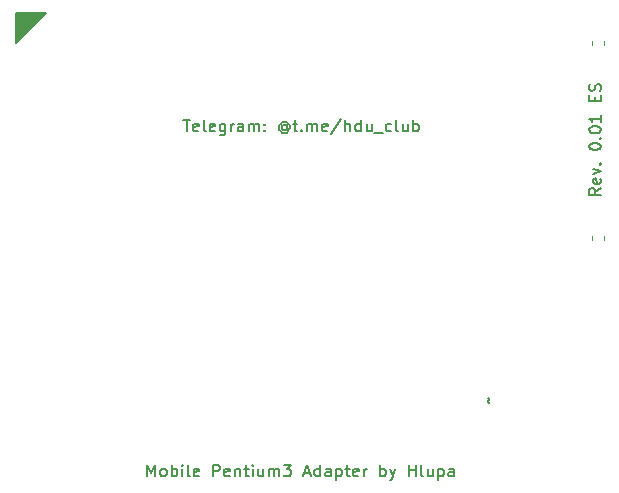
<source format=gbr>
%TF.GenerationSoftware,KiCad,Pcbnew,8.0.2*%
%TF.CreationDate,2024-05-13T17:43:01+03:00*%
%TF.ProjectId,MobileAdapter,4d6f6269-6c65-4416-9461-707465722e6b,rev?*%
%TF.SameCoordinates,Original*%
%TF.FileFunction,Legend,Top*%
%TF.FilePolarity,Positive*%
%FSLAX46Y46*%
G04 Gerber Fmt 4.6, Leading zero omitted, Abs format (unit mm)*
G04 Created by KiCad (PCBNEW 8.0.2) date 2024-05-13 17:43:01*
%MOMM*%
%LPD*%
G01*
G04 APERTURE LIST*
%ADD10C,0.150000*%
%ADD11C,0.200000*%
%ADD12C,0.120000*%
G04 APERTURE END LIST*
D10*
X138426819Y-82149792D02*
X137950628Y-82483125D01*
X138426819Y-82721220D02*
X137426819Y-82721220D01*
X137426819Y-82721220D02*
X137426819Y-82340268D01*
X137426819Y-82340268D02*
X137474438Y-82245030D01*
X137474438Y-82245030D02*
X137522057Y-82197411D01*
X137522057Y-82197411D02*
X137617295Y-82149792D01*
X137617295Y-82149792D02*
X137760152Y-82149792D01*
X137760152Y-82149792D02*
X137855390Y-82197411D01*
X137855390Y-82197411D02*
X137903009Y-82245030D01*
X137903009Y-82245030D02*
X137950628Y-82340268D01*
X137950628Y-82340268D02*
X137950628Y-82721220D01*
X138379200Y-81340268D02*
X138426819Y-81435506D01*
X138426819Y-81435506D02*
X138426819Y-81625982D01*
X138426819Y-81625982D02*
X138379200Y-81721220D01*
X138379200Y-81721220D02*
X138283961Y-81768839D01*
X138283961Y-81768839D02*
X137903009Y-81768839D01*
X137903009Y-81768839D02*
X137807771Y-81721220D01*
X137807771Y-81721220D02*
X137760152Y-81625982D01*
X137760152Y-81625982D02*
X137760152Y-81435506D01*
X137760152Y-81435506D02*
X137807771Y-81340268D01*
X137807771Y-81340268D02*
X137903009Y-81292649D01*
X137903009Y-81292649D02*
X137998247Y-81292649D01*
X137998247Y-81292649D02*
X138093485Y-81768839D01*
X137760152Y-80959315D02*
X138426819Y-80721220D01*
X138426819Y-80721220D02*
X137760152Y-80483125D01*
X138331580Y-80102172D02*
X138379200Y-80054553D01*
X138379200Y-80054553D02*
X138426819Y-80102172D01*
X138426819Y-80102172D02*
X138379200Y-80149791D01*
X138379200Y-80149791D02*
X138331580Y-80102172D01*
X138331580Y-80102172D02*
X138426819Y-80102172D01*
X137426819Y-78673601D02*
X137426819Y-78578363D01*
X137426819Y-78578363D02*
X137474438Y-78483125D01*
X137474438Y-78483125D02*
X137522057Y-78435506D01*
X137522057Y-78435506D02*
X137617295Y-78387887D01*
X137617295Y-78387887D02*
X137807771Y-78340268D01*
X137807771Y-78340268D02*
X138045866Y-78340268D01*
X138045866Y-78340268D02*
X138236342Y-78387887D01*
X138236342Y-78387887D02*
X138331580Y-78435506D01*
X138331580Y-78435506D02*
X138379200Y-78483125D01*
X138379200Y-78483125D02*
X138426819Y-78578363D01*
X138426819Y-78578363D02*
X138426819Y-78673601D01*
X138426819Y-78673601D02*
X138379200Y-78768839D01*
X138379200Y-78768839D02*
X138331580Y-78816458D01*
X138331580Y-78816458D02*
X138236342Y-78864077D01*
X138236342Y-78864077D02*
X138045866Y-78911696D01*
X138045866Y-78911696D02*
X137807771Y-78911696D01*
X137807771Y-78911696D02*
X137617295Y-78864077D01*
X137617295Y-78864077D02*
X137522057Y-78816458D01*
X137522057Y-78816458D02*
X137474438Y-78768839D01*
X137474438Y-78768839D02*
X137426819Y-78673601D01*
X138331580Y-77911696D02*
X138379200Y-77864077D01*
X138379200Y-77864077D02*
X138426819Y-77911696D01*
X138426819Y-77911696D02*
X138379200Y-77959315D01*
X138379200Y-77959315D02*
X138331580Y-77911696D01*
X138331580Y-77911696D02*
X138426819Y-77911696D01*
X137426819Y-77245030D02*
X137426819Y-77149792D01*
X137426819Y-77149792D02*
X137474438Y-77054554D01*
X137474438Y-77054554D02*
X137522057Y-77006935D01*
X137522057Y-77006935D02*
X137617295Y-76959316D01*
X137617295Y-76959316D02*
X137807771Y-76911697D01*
X137807771Y-76911697D02*
X138045866Y-76911697D01*
X138045866Y-76911697D02*
X138236342Y-76959316D01*
X138236342Y-76959316D02*
X138331580Y-77006935D01*
X138331580Y-77006935D02*
X138379200Y-77054554D01*
X138379200Y-77054554D02*
X138426819Y-77149792D01*
X138426819Y-77149792D02*
X138426819Y-77245030D01*
X138426819Y-77245030D02*
X138379200Y-77340268D01*
X138379200Y-77340268D02*
X138331580Y-77387887D01*
X138331580Y-77387887D02*
X138236342Y-77435506D01*
X138236342Y-77435506D02*
X138045866Y-77483125D01*
X138045866Y-77483125D02*
X137807771Y-77483125D01*
X137807771Y-77483125D02*
X137617295Y-77435506D01*
X137617295Y-77435506D02*
X137522057Y-77387887D01*
X137522057Y-77387887D02*
X137474438Y-77340268D01*
X137474438Y-77340268D02*
X137426819Y-77245030D01*
X138426819Y-75959316D02*
X138426819Y-76530744D01*
X138426819Y-76245030D02*
X137426819Y-76245030D01*
X137426819Y-76245030D02*
X137569676Y-76340268D01*
X137569676Y-76340268D02*
X137664914Y-76435506D01*
X137664914Y-76435506D02*
X137712533Y-76530744D01*
X137903009Y-74768839D02*
X137903009Y-74435506D01*
X138426819Y-74292649D02*
X138426819Y-74768839D01*
X138426819Y-74768839D02*
X137426819Y-74768839D01*
X137426819Y-74768839D02*
X137426819Y-74292649D01*
X138379200Y-73911696D02*
X138426819Y-73768839D01*
X138426819Y-73768839D02*
X138426819Y-73530744D01*
X138426819Y-73530744D02*
X138379200Y-73435506D01*
X138379200Y-73435506D02*
X138331580Y-73387887D01*
X138331580Y-73387887D02*
X138236342Y-73340268D01*
X138236342Y-73340268D02*
X138141104Y-73340268D01*
X138141104Y-73340268D02*
X138045866Y-73387887D01*
X138045866Y-73387887D02*
X137998247Y-73435506D01*
X137998247Y-73435506D02*
X137950628Y-73530744D01*
X137950628Y-73530744D02*
X137903009Y-73721220D01*
X137903009Y-73721220D02*
X137855390Y-73816458D01*
X137855390Y-73816458D02*
X137807771Y-73864077D01*
X137807771Y-73864077D02*
X137712533Y-73911696D01*
X137712533Y-73911696D02*
X137617295Y-73911696D01*
X137617295Y-73911696D02*
X137522057Y-73864077D01*
X137522057Y-73864077D02*
X137474438Y-73816458D01*
X137474438Y-73816458D02*
X137426819Y-73721220D01*
X137426819Y-73721220D02*
X137426819Y-73483125D01*
X137426819Y-73483125D02*
X137474438Y-73340268D01*
D11*
X88900000Y-69850000D02*
X88900000Y-67310000D01*
X91440000Y-67310000D01*
X88900000Y-69850000D01*
G36*
X88900000Y-69850000D02*
G01*
X88900000Y-67310000D01*
X91440000Y-67310000D01*
X88900000Y-69850000D01*
G37*
D10*
X100031779Y-106549819D02*
X100031779Y-105549819D01*
X100031779Y-105549819D02*
X100365112Y-106264104D01*
X100365112Y-106264104D02*
X100698445Y-105549819D01*
X100698445Y-105549819D02*
X100698445Y-106549819D01*
X101317493Y-106549819D02*
X101222255Y-106502200D01*
X101222255Y-106502200D02*
X101174636Y-106454580D01*
X101174636Y-106454580D02*
X101127017Y-106359342D01*
X101127017Y-106359342D02*
X101127017Y-106073628D01*
X101127017Y-106073628D02*
X101174636Y-105978390D01*
X101174636Y-105978390D02*
X101222255Y-105930771D01*
X101222255Y-105930771D02*
X101317493Y-105883152D01*
X101317493Y-105883152D02*
X101460350Y-105883152D01*
X101460350Y-105883152D02*
X101555588Y-105930771D01*
X101555588Y-105930771D02*
X101603207Y-105978390D01*
X101603207Y-105978390D02*
X101650826Y-106073628D01*
X101650826Y-106073628D02*
X101650826Y-106359342D01*
X101650826Y-106359342D02*
X101603207Y-106454580D01*
X101603207Y-106454580D02*
X101555588Y-106502200D01*
X101555588Y-106502200D02*
X101460350Y-106549819D01*
X101460350Y-106549819D02*
X101317493Y-106549819D01*
X102079398Y-106549819D02*
X102079398Y-105549819D01*
X102079398Y-105930771D02*
X102174636Y-105883152D01*
X102174636Y-105883152D02*
X102365112Y-105883152D01*
X102365112Y-105883152D02*
X102460350Y-105930771D01*
X102460350Y-105930771D02*
X102507969Y-105978390D01*
X102507969Y-105978390D02*
X102555588Y-106073628D01*
X102555588Y-106073628D02*
X102555588Y-106359342D01*
X102555588Y-106359342D02*
X102507969Y-106454580D01*
X102507969Y-106454580D02*
X102460350Y-106502200D01*
X102460350Y-106502200D02*
X102365112Y-106549819D01*
X102365112Y-106549819D02*
X102174636Y-106549819D01*
X102174636Y-106549819D02*
X102079398Y-106502200D01*
X102984160Y-106549819D02*
X102984160Y-105883152D01*
X102984160Y-105549819D02*
X102936541Y-105597438D01*
X102936541Y-105597438D02*
X102984160Y-105645057D01*
X102984160Y-105645057D02*
X103031779Y-105597438D01*
X103031779Y-105597438D02*
X102984160Y-105549819D01*
X102984160Y-105549819D02*
X102984160Y-105645057D01*
X103603207Y-106549819D02*
X103507969Y-106502200D01*
X103507969Y-106502200D02*
X103460350Y-106406961D01*
X103460350Y-106406961D02*
X103460350Y-105549819D01*
X104365112Y-106502200D02*
X104269874Y-106549819D01*
X104269874Y-106549819D02*
X104079398Y-106549819D01*
X104079398Y-106549819D02*
X103984160Y-106502200D01*
X103984160Y-106502200D02*
X103936541Y-106406961D01*
X103936541Y-106406961D02*
X103936541Y-106026009D01*
X103936541Y-106026009D02*
X103984160Y-105930771D01*
X103984160Y-105930771D02*
X104079398Y-105883152D01*
X104079398Y-105883152D02*
X104269874Y-105883152D01*
X104269874Y-105883152D02*
X104365112Y-105930771D01*
X104365112Y-105930771D02*
X104412731Y-106026009D01*
X104412731Y-106026009D02*
X104412731Y-106121247D01*
X104412731Y-106121247D02*
X103936541Y-106216485D01*
X105603208Y-106549819D02*
X105603208Y-105549819D01*
X105603208Y-105549819D02*
X105984160Y-105549819D01*
X105984160Y-105549819D02*
X106079398Y-105597438D01*
X106079398Y-105597438D02*
X106127017Y-105645057D01*
X106127017Y-105645057D02*
X106174636Y-105740295D01*
X106174636Y-105740295D02*
X106174636Y-105883152D01*
X106174636Y-105883152D02*
X106127017Y-105978390D01*
X106127017Y-105978390D02*
X106079398Y-106026009D01*
X106079398Y-106026009D02*
X105984160Y-106073628D01*
X105984160Y-106073628D02*
X105603208Y-106073628D01*
X106984160Y-106502200D02*
X106888922Y-106549819D01*
X106888922Y-106549819D02*
X106698446Y-106549819D01*
X106698446Y-106549819D02*
X106603208Y-106502200D01*
X106603208Y-106502200D02*
X106555589Y-106406961D01*
X106555589Y-106406961D02*
X106555589Y-106026009D01*
X106555589Y-106026009D02*
X106603208Y-105930771D01*
X106603208Y-105930771D02*
X106698446Y-105883152D01*
X106698446Y-105883152D02*
X106888922Y-105883152D01*
X106888922Y-105883152D02*
X106984160Y-105930771D01*
X106984160Y-105930771D02*
X107031779Y-106026009D01*
X107031779Y-106026009D02*
X107031779Y-106121247D01*
X107031779Y-106121247D02*
X106555589Y-106216485D01*
X107460351Y-105883152D02*
X107460351Y-106549819D01*
X107460351Y-105978390D02*
X107507970Y-105930771D01*
X107507970Y-105930771D02*
X107603208Y-105883152D01*
X107603208Y-105883152D02*
X107746065Y-105883152D01*
X107746065Y-105883152D02*
X107841303Y-105930771D01*
X107841303Y-105930771D02*
X107888922Y-106026009D01*
X107888922Y-106026009D02*
X107888922Y-106549819D01*
X108222256Y-105883152D02*
X108603208Y-105883152D01*
X108365113Y-105549819D02*
X108365113Y-106406961D01*
X108365113Y-106406961D02*
X108412732Y-106502200D01*
X108412732Y-106502200D02*
X108507970Y-106549819D01*
X108507970Y-106549819D02*
X108603208Y-106549819D01*
X108936542Y-106549819D02*
X108936542Y-105883152D01*
X108936542Y-105549819D02*
X108888923Y-105597438D01*
X108888923Y-105597438D02*
X108936542Y-105645057D01*
X108936542Y-105645057D02*
X108984161Y-105597438D01*
X108984161Y-105597438D02*
X108936542Y-105549819D01*
X108936542Y-105549819D02*
X108936542Y-105645057D01*
X109841303Y-105883152D02*
X109841303Y-106549819D01*
X109412732Y-105883152D02*
X109412732Y-106406961D01*
X109412732Y-106406961D02*
X109460351Y-106502200D01*
X109460351Y-106502200D02*
X109555589Y-106549819D01*
X109555589Y-106549819D02*
X109698446Y-106549819D01*
X109698446Y-106549819D02*
X109793684Y-106502200D01*
X109793684Y-106502200D02*
X109841303Y-106454580D01*
X110317494Y-106549819D02*
X110317494Y-105883152D01*
X110317494Y-105978390D02*
X110365113Y-105930771D01*
X110365113Y-105930771D02*
X110460351Y-105883152D01*
X110460351Y-105883152D02*
X110603208Y-105883152D01*
X110603208Y-105883152D02*
X110698446Y-105930771D01*
X110698446Y-105930771D02*
X110746065Y-106026009D01*
X110746065Y-106026009D02*
X110746065Y-106549819D01*
X110746065Y-106026009D02*
X110793684Y-105930771D01*
X110793684Y-105930771D02*
X110888922Y-105883152D01*
X110888922Y-105883152D02*
X111031779Y-105883152D01*
X111031779Y-105883152D02*
X111127018Y-105930771D01*
X111127018Y-105930771D02*
X111174637Y-106026009D01*
X111174637Y-106026009D02*
X111174637Y-106549819D01*
X111555589Y-105549819D02*
X112174636Y-105549819D01*
X112174636Y-105549819D02*
X111841303Y-105930771D01*
X111841303Y-105930771D02*
X111984160Y-105930771D01*
X111984160Y-105930771D02*
X112079398Y-105978390D01*
X112079398Y-105978390D02*
X112127017Y-106026009D01*
X112127017Y-106026009D02*
X112174636Y-106121247D01*
X112174636Y-106121247D02*
X112174636Y-106359342D01*
X112174636Y-106359342D02*
X112127017Y-106454580D01*
X112127017Y-106454580D02*
X112079398Y-106502200D01*
X112079398Y-106502200D02*
X111984160Y-106549819D01*
X111984160Y-106549819D02*
X111698446Y-106549819D01*
X111698446Y-106549819D02*
X111603208Y-106502200D01*
X111603208Y-106502200D02*
X111555589Y-106454580D01*
X113317494Y-106264104D02*
X113793684Y-106264104D01*
X113222256Y-106549819D02*
X113555589Y-105549819D01*
X113555589Y-105549819D02*
X113888922Y-106549819D01*
X114650827Y-106549819D02*
X114650827Y-105549819D01*
X114650827Y-106502200D02*
X114555589Y-106549819D01*
X114555589Y-106549819D02*
X114365113Y-106549819D01*
X114365113Y-106549819D02*
X114269875Y-106502200D01*
X114269875Y-106502200D02*
X114222256Y-106454580D01*
X114222256Y-106454580D02*
X114174637Y-106359342D01*
X114174637Y-106359342D02*
X114174637Y-106073628D01*
X114174637Y-106073628D02*
X114222256Y-105978390D01*
X114222256Y-105978390D02*
X114269875Y-105930771D01*
X114269875Y-105930771D02*
X114365113Y-105883152D01*
X114365113Y-105883152D02*
X114555589Y-105883152D01*
X114555589Y-105883152D02*
X114650827Y-105930771D01*
X115555589Y-106549819D02*
X115555589Y-106026009D01*
X115555589Y-106026009D02*
X115507970Y-105930771D01*
X115507970Y-105930771D02*
X115412732Y-105883152D01*
X115412732Y-105883152D02*
X115222256Y-105883152D01*
X115222256Y-105883152D02*
X115127018Y-105930771D01*
X115555589Y-106502200D02*
X115460351Y-106549819D01*
X115460351Y-106549819D02*
X115222256Y-106549819D01*
X115222256Y-106549819D02*
X115127018Y-106502200D01*
X115127018Y-106502200D02*
X115079399Y-106406961D01*
X115079399Y-106406961D02*
X115079399Y-106311723D01*
X115079399Y-106311723D02*
X115127018Y-106216485D01*
X115127018Y-106216485D02*
X115222256Y-106168866D01*
X115222256Y-106168866D02*
X115460351Y-106168866D01*
X115460351Y-106168866D02*
X115555589Y-106121247D01*
X116031780Y-105883152D02*
X116031780Y-106883152D01*
X116031780Y-105930771D02*
X116127018Y-105883152D01*
X116127018Y-105883152D02*
X116317494Y-105883152D01*
X116317494Y-105883152D02*
X116412732Y-105930771D01*
X116412732Y-105930771D02*
X116460351Y-105978390D01*
X116460351Y-105978390D02*
X116507970Y-106073628D01*
X116507970Y-106073628D02*
X116507970Y-106359342D01*
X116507970Y-106359342D02*
X116460351Y-106454580D01*
X116460351Y-106454580D02*
X116412732Y-106502200D01*
X116412732Y-106502200D02*
X116317494Y-106549819D01*
X116317494Y-106549819D02*
X116127018Y-106549819D01*
X116127018Y-106549819D02*
X116031780Y-106502200D01*
X116793685Y-105883152D02*
X117174637Y-105883152D01*
X116936542Y-105549819D02*
X116936542Y-106406961D01*
X116936542Y-106406961D02*
X116984161Y-106502200D01*
X116984161Y-106502200D02*
X117079399Y-106549819D01*
X117079399Y-106549819D02*
X117174637Y-106549819D01*
X117888923Y-106502200D02*
X117793685Y-106549819D01*
X117793685Y-106549819D02*
X117603209Y-106549819D01*
X117603209Y-106549819D02*
X117507971Y-106502200D01*
X117507971Y-106502200D02*
X117460352Y-106406961D01*
X117460352Y-106406961D02*
X117460352Y-106026009D01*
X117460352Y-106026009D02*
X117507971Y-105930771D01*
X117507971Y-105930771D02*
X117603209Y-105883152D01*
X117603209Y-105883152D02*
X117793685Y-105883152D01*
X117793685Y-105883152D02*
X117888923Y-105930771D01*
X117888923Y-105930771D02*
X117936542Y-106026009D01*
X117936542Y-106026009D02*
X117936542Y-106121247D01*
X117936542Y-106121247D02*
X117460352Y-106216485D01*
X118365114Y-106549819D02*
X118365114Y-105883152D01*
X118365114Y-106073628D02*
X118412733Y-105978390D01*
X118412733Y-105978390D02*
X118460352Y-105930771D01*
X118460352Y-105930771D02*
X118555590Y-105883152D01*
X118555590Y-105883152D02*
X118650828Y-105883152D01*
X119746067Y-106549819D02*
X119746067Y-105549819D01*
X119746067Y-105930771D02*
X119841305Y-105883152D01*
X119841305Y-105883152D02*
X120031781Y-105883152D01*
X120031781Y-105883152D02*
X120127019Y-105930771D01*
X120127019Y-105930771D02*
X120174638Y-105978390D01*
X120174638Y-105978390D02*
X120222257Y-106073628D01*
X120222257Y-106073628D02*
X120222257Y-106359342D01*
X120222257Y-106359342D02*
X120174638Y-106454580D01*
X120174638Y-106454580D02*
X120127019Y-106502200D01*
X120127019Y-106502200D02*
X120031781Y-106549819D01*
X120031781Y-106549819D02*
X119841305Y-106549819D01*
X119841305Y-106549819D02*
X119746067Y-106502200D01*
X120555591Y-105883152D02*
X120793686Y-106549819D01*
X121031781Y-105883152D02*
X120793686Y-106549819D01*
X120793686Y-106549819D02*
X120698448Y-106787914D01*
X120698448Y-106787914D02*
X120650829Y-106835533D01*
X120650829Y-106835533D02*
X120555591Y-106883152D01*
X122174639Y-106549819D02*
X122174639Y-105549819D01*
X122174639Y-106026009D02*
X122746067Y-106026009D01*
X122746067Y-106549819D02*
X122746067Y-105549819D01*
X123365115Y-106549819D02*
X123269877Y-106502200D01*
X123269877Y-106502200D02*
X123222258Y-106406961D01*
X123222258Y-106406961D02*
X123222258Y-105549819D01*
X124174639Y-105883152D02*
X124174639Y-106549819D01*
X123746068Y-105883152D02*
X123746068Y-106406961D01*
X123746068Y-106406961D02*
X123793687Y-106502200D01*
X123793687Y-106502200D02*
X123888925Y-106549819D01*
X123888925Y-106549819D02*
X124031782Y-106549819D01*
X124031782Y-106549819D02*
X124127020Y-106502200D01*
X124127020Y-106502200D02*
X124174639Y-106454580D01*
X124650830Y-105883152D02*
X124650830Y-106883152D01*
X124650830Y-105930771D02*
X124746068Y-105883152D01*
X124746068Y-105883152D02*
X124936544Y-105883152D01*
X124936544Y-105883152D02*
X125031782Y-105930771D01*
X125031782Y-105930771D02*
X125079401Y-105978390D01*
X125079401Y-105978390D02*
X125127020Y-106073628D01*
X125127020Y-106073628D02*
X125127020Y-106359342D01*
X125127020Y-106359342D02*
X125079401Y-106454580D01*
X125079401Y-106454580D02*
X125031782Y-106502200D01*
X125031782Y-106502200D02*
X124936544Y-106549819D01*
X124936544Y-106549819D02*
X124746068Y-106549819D01*
X124746068Y-106549819D02*
X124650830Y-106502200D01*
X125984163Y-106549819D02*
X125984163Y-106026009D01*
X125984163Y-106026009D02*
X125936544Y-105930771D01*
X125936544Y-105930771D02*
X125841306Y-105883152D01*
X125841306Y-105883152D02*
X125650830Y-105883152D01*
X125650830Y-105883152D02*
X125555592Y-105930771D01*
X125984163Y-106502200D02*
X125888925Y-106549819D01*
X125888925Y-106549819D02*
X125650830Y-106549819D01*
X125650830Y-106549819D02*
X125555592Y-106502200D01*
X125555592Y-106502200D02*
X125507973Y-106406961D01*
X125507973Y-106406961D02*
X125507973Y-106311723D01*
X125507973Y-106311723D02*
X125555592Y-106216485D01*
X125555592Y-106216485D02*
X125650830Y-106168866D01*
X125650830Y-106168866D02*
X125888925Y-106168866D01*
X125888925Y-106168866D02*
X125984163Y-106121247D01*
X103063922Y-76339819D02*
X103635350Y-76339819D01*
X103349636Y-77339819D02*
X103349636Y-76339819D01*
X104349636Y-77292200D02*
X104254398Y-77339819D01*
X104254398Y-77339819D02*
X104063922Y-77339819D01*
X104063922Y-77339819D02*
X103968684Y-77292200D01*
X103968684Y-77292200D02*
X103921065Y-77196961D01*
X103921065Y-77196961D02*
X103921065Y-76816009D01*
X103921065Y-76816009D02*
X103968684Y-76720771D01*
X103968684Y-76720771D02*
X104063922Y-76673152D01*
X104063922Y-76673152D02*
X104254398Y-76673152D01*
X104254398Y-76673152D02*
X104349636Y-76720771D01*
X104349636Y-76720771D02*
X104397255Y-76816009D01*
X104397255Y-76816009D02*
X104397255Y-76911247D01*
X104397255Y-76911247D02*
X103921065Y-77006485D01*
X104968684Y-77339819D02*
X104873446Y-77292200D01*
X104873446Y-77292200D02*
X104825827Y-77196961D01*
X104825827Y-77196961D02*
X104825827Y-76339819D01*
X105730589Y-77292200D02*
X105635351Y-77339819D01*
X105635351Y-77339819D02*
X105444875Y-77339819D01*
X105444875Y-77339819D02*
X105349637Y-77292200D01*
X105349637Y-77292200D02*
X105302018Y-77196961D01*
X105302018Y-77196961D02*
X105302018Y-76816009D01*
X105302018Y-76816009D02*
X105349637Y-76720771D01*
X105349637Y-76720771D02*
X105444875Y-76673152D01*
X105444875Y-76673152D02*
X105635351Y-76673152D01*
X105635351Y-76673152D02*
X105730589Y-76720771D01*
X105730589Y-76720771D02*
X105778208Y-76816009D01*
X105778208Y-76816009D02*
X105778208Y-76911247D01*
X105778208Y-76911247D02*
X105302018Y-77006485D01*
X106635351Y-76673152D02*
X106635351Y-77482676D01*
X106635351Y-77482676D02*
X106587732Y-77577914D01*
X106587732Y-77577914D02*
X106540113Y-77625533D01*
X106540113Y-77625533D02*
X106444875Y-77673152D01*
X106444875Y-77673152D02*
X106302018Y-77673152D01*
X106302018Y-77673152D02*
X106206780Y-77625533D01*
X106635351Y-77292200D02*
X106540113Y-77339819D01*
X106540113Y-77339819D02*
X106349637Y-77339819D01*
X106349637Y-77339819D02*
X106254399Y-77292200D01*
X106254399Y-77292200D02*
X106206780Y-77244580D01*
X106206780Y-77244580D02*
X106159161Y-77149342D01*
X106159161Y-77149342D02*
X106159161Y-76863628D01*
X106159161Y-76863628D02*
X106206780Y-76768390D01*
X106206780Y-76768390D02*
X106254399Y-76720771D01*
X106254399Y-76720771D02*
X106349637Y-76673152D01*
X106349637Y-76673152D02*
X106540113Y-76673152D01*
X106540113Y-76673152D02*
X106635351Y-76720771D01*
X107111542Y-77339819D02*
X107111542Y-76673152D01*
X107111542Y-76863628D02*
X107159161Y-76768390D01*
X107159161Y-76768390D02*
X107206780Y-76720771D01*
X107206780Y-76720771D02*
X107302018Y-76673152D01*
X107302018Y-76673152D02*
X107397256Y-76673152D01*
X108159161Y-77339819D02*
X108159161Y-76816009D01*
X108159161Y-76816009D02*
X108111542Y-76720771D01*
X108111542Y-76720771D02*
X108016304Y-76673152D01*
X108016304Y-76673152D02*
X107825828Y-76673152D01*
X107825828Y-76673152D02*
X107730590Y-76720771D01*
X108159161Y-77292200D02*
X108063923Y-77339819D01*
X108063923Y-77339819D02*
X107825828Y-77339819D01*
X107825828Y-77339819D02*
X107730590Y-77292200D01*
X107730590Y-77292200D02*
X107682971Y-77196961D01*
X107682971Y-77196961D02*
X107682971Y-77101723D01*
X107682971Y-77101723D02*
X107730590Y-77006485D01*
X107730590Y-77006485D02*
X107825828Y-76958866D01*
X107825828Y-76958866D02*
X108063923Y-76958866D01*
X108063923Y-76958866D02*
X108159161Y-76911247D01*
X108635352Y-77339819D02*
X108635352Y-76673152D01*
X108635352Y-76768390D02*
X108682971Y-76720771D01*
X108682971Y-76720771D02*
X108778209Y-76673152D01*
X108778209Y-76673152D02*
X108921066Y-76673152D01*
X108921066Y-76673152D02*
X109016304Y-76720771D01*
X109016304Y-76720771D02*
X109063923Y-76816009D01*
X109063923Y-76816009D02*
X109063923Y-77339819D01*
X109063923Y-76816009D02*
X109111542Y-76720771D01*
X109111542Y-76720771D02*
X109206780Y-76673152D01*
X109206780Y-76673152D02*
X109349637Y-76673152D01*
X109349637Y-76673152D02*
X109444876Y-76720771D01*
X109444876Y-76720771D02*
X109492495Y-76816009D01*
X109492495Y-76816009D02*
X109492495Y-77339819D01*
X109968685Y-77244580D02*
X110016304Y-77292200D01*
X110016304Y-77292200D02*
X109968685Y-77339819D01*
X109968685Y-77339819D02*
X109921066Y-77292200D01*
X109921066Y-77292200D02*
X109968685Y-77244580D01*
X109968685Y-77244580D02*
X109968685Y-77339819D01*
X109968685Y-76720771D02*
X110016304Y-76768390D01*
X110016304Y-76768390D02*
X109968685Y-76816009D01*
X109968685Y-76816009D02*
X109921066Y-76768390D01*
X109921066Y-76768390D02*
X109968685Y-76720771D01*
X109968685Y-76720771D02*
X109968685Y-76816009D01*
X111825827Y-76863628D02*
X111778208Y-76816009D01*
X111778208Y-76816009D02*
X111682970Y-76768390D01*
X111682970Y-76768390D02*
X111587732Y-76768390D01*
X111587732Y-76768390D02*
X111492494Y-76816009D01*
X111492494Y-76816009D02*
X111444875Y-76863628D01*
X111444875Y-76863628D02*
X111397256Y-76958866D01*
X111397256Y-76958866D02*
X111397256Y-77054104D01*
X111397256Y-77054104D02*
X111444875Y-77149342D01*
X111444875Y-77149342D02*
X111492494Y-77196961D01*
X111492494Y-77196961D02*
X111587732Y-77244580D01*
X111587732Y-77244580D02*
X111682970Y-77244580D01*
X111682970Y-77244580D02*
X111778208Y-77196961D01*
X111778208Y-77196961D02*
X111825827Y-77149342D01*
X111825827Y-76768390D02*
X111825827Y-77149342D01*
X111825827Y-77149342D02*
X111873446Y-77196961D01*
X111873446Y-77196961D02*
X111921065Y-77196961D01*
X111921065Y-77196961D02*
X112016304Y-77149342D01*
X112016304Y-77149342D02*
X112063923Y-77054104D01*
X112063923Y-77054104D02*
X112063923Y-76816009D01*
X112063923Y-76816009D02*
X111968685Y-76673152D01*
X111968685Y-76673152D02*
X111825827Y-76577914D01*
X111825827Y-76577914D02*
X111635351Y-76530295D01*
X111635351Y-76530295D02*
X111444875Y-76577914D01*
X111444875Y-76577914D02*
X111302018Y-76673152D01*
X111302018Y-76673152D02*
X111206780Y-76816009D01*
X111206780Y-76816009D02*
X111159161Y-77006485D01*
X111159161Y-77006485D02*
X111206780Y-77196961D01*
X111206780Y-77196961D02*
X111302018Y-77339819D01*
X111302018Y-77339819D02*
X111444875Y-77435057D01*
X111444875Y-77435057D02*
X111635351Y-77482676D01*
X111635351Y-77482676D02*
X111825827Y-77435057D01*
X111825827Y-77435057D02*
X111968685Y-77339819D01*
X112349637Y-76673152D02*
X112730589Y-76673152D01*
X112492494Y-76339819D02*
X112492494Y-77196961D01*
X112492494Y-77196961D02*
X112540113Y-77292200D01*
X112540113Y-77292200D02*
X112635351Y-77339819D01*
X112635351Y-77339819D02*
X112730589Y-77339819D01*
X113063923Y-77244580D02*
X113111542Y-77292200D01*
X113111542Y-77292200D02*
X113063923Y-77339819D01*
X113063923Y-77339819D02*
X113016304Y-77292200D01*
X113016304Y-77292200D02*
X113063923Y-77244580D01*
X113063923Y-77244580D02*
X113063923Y-77339819D01*
X113540113Y-77339819D02*
X113540113Y-76673152D01*
X113540113Y-76768390D02*
X113587732Y-76720771D01*
X113587732Y-76720771D02*
X113682970Y-76673152D01*
X113682970Y-76673152D02*
X113825827Y-76673152D01*
X113825827Y-76673152D02*
X113921065Y-76720771D01*
X113921065Y-76720771D02*
X113968684Y-76816009D01*
X113968684Y-76816009D02*
X113968684Y-77339819D01*
X113968684Y-76816009D02*
X114016303Y-76720771D01*
X114016303Y-76720771D02*
X114111541Y-76673152D01*
X114111541Y-76673152D02*
X114254398Y-76673152D01*
X114254398Y-76673152D02*
X114349637Y-76720771D01*
X114349637Y-76720771D02*
X114397256Y-76816009D01*
X114397256Y-76816009D02*
X114397256Y-77339819D01*
X115254398Y-77292200D02*
X115159160Y-77339819D01*
X115159160Y-77339819D02*
X114968684Y-77339819D01*
X114968684Y-77339819D02*
X114873446Y-77292200D01*
X114873446Y-77292200D02*
X114825827Y-77196961D01*
X114825827Y-77196961D02*
X114825827Y-76816009D01*
X114825827Y-76816009D02*
X114873446Y-76720771D01*
X114873446Y-76720771D02*
X114968684Y-76673152D01*
X114968684Y-76673152D02*
X115159160Y-76673152D01*
X115159160Y-76673152D02*
X115254398Y-76720771D01*
X115254398Y-76720771D02*
X115302017Y-76816009D01*
X115302017Y-76816009D02*
X115302017Y-76911247D01*
X115302017Y-76911247D02*
X114825827Y-77006485D01*
X116444874Y-76292200D02*
X115587732Y-77577914D01*
X116778208Y-77339819D02*
X116778208Y-76339819D01*
X117206779Y-77339819D02*
X117206779Y-76816009D01*
X117206779Y-76816009D02*
X117159160Y-76720771D01*
X117159160Y-76720771D02*
X117063922Y-76673152D01*
X117063922Y-76673152D02*
X116921065Y-76673152D01*
X116921065Y-76673152D02*
X116825827Y-76720771D01*
X116825827Y-76720771D02*
X116778208Y-76768390D01*
X118111541Y-77339819D02*
X118111541Y-76339819D01*
X118111541Y-77292200D02*
X118016303Y-77339819D01*
X118016303Y-77339819D02*
X117825827Y-77339819D01*
X117825827Y-77339819D02*
X117730589Y-77292200D01*
X117730589Y-77292200D02*
X117682970Y-77244580D01*
X117682970Y-77244580D02*
X117635351Y-77149342D01*
X117635351Y-77149342D02*
X117635351Y-76863628D01*
X117635351Y-76863628D02*
X117682970Y-76768390D01*
X117682970Y-76768390D02*
X117730589Y-76720771D01*
X117730589Y-76720771D02*
X117825827Y-76673152D01*
X117825827Y-76673152D02*
X118016303Y-76673152D01*
X118016303Y-76673152D02*
X118111541Y-76720771D01*
X119016303Y-76673152D02*
X119016303Y-77339819D01*
X118587732Y-76673152D02*
X118587732Y-77196961D01*
X118587732Y-77196961D02*
X118635351Y-77292200D01*
X118635351Y-77292200D02*
X118730589Y-77339819D01*
X118730589Y-77339819D02*
X118873446Y-77339819D01*
X118873446Y-77339819D02*
X118968684Y-77292200D01*
X118968684Y-77292200D02*
X119016303Y-77244580D01*
X119254399Y-77435057D02*
X120016303Y-77435057D01*
X120682970Y-77292200D02*
X120587732Y-77339819D01*
X120587732Y-77339819D02*
X120397256Y-77339819D01*
X120397256Y-77339819D02*
X120302018Y-77292200D01*
X120302018Y-77292200D02*
X120254399Y-77244580D01*
X120254399Y-77244580D02*
X120206780Y-77149342D01*
X120206780Y-77149342D02*
X120206780Y-76863628D01*
X120206780Y-76863628D02*
X120254399Y-76768390D01*
X120254399Y-76768390D02*
X120302018Y-76720771D01*
X120302018Y-76720771D02*
X120397256Y-76673152D01*
X120397256Y-76673152D02*
X120587732Y-76673152D01*
X120587732Y-76673152D02*
X120682970Y-76720771D01*
X121254399Y-77339819D02*
X121159161Y-77292200D01*
X121159161Y-77292200D02*
X121111542Y-77196961D01*
X121111542Y-77196961D02*
X121111542Y-76339819D01*
X122063923Y-76673152D02*
X122063923Y-77339819D01*
X121635352Y-76673152D02*
X121635352Y-77196961D01*
X121635352Y-77196961D02*
X121682971Y-77292200D01*
X121682971Y-77292200D02*
X121778209Y-77339819D01*
X121778209Y-77339819D02*
X121921066Y-77339819D01*
X121921066Y-77339819D02*
X122016304Y-77292200D01*
X122016304Y-77292200D02*
X122063923Y-77244580D01*
X122540114Y-77339819D02*
X122540114Y-76339819D01*
X122540114Y-76720771D02*
X122635352Y-76673152D01*
X122635352Y-76673152D02*
X122825828Y-76673152D01*
X122825828Y-76673152D02*
X122921066Y-76720771D01*
X122921066Y-76720771D02*
X122968685Y-76768390D01*
X122968685Y-76768390D02*
X123016304Y-76863628D01*
X123016304Y-76863628D02*
X123016304Y-77149342D01*
X123016304Y-77149342D02*
X122968685Y-77244580D01*
X122968685Y-77244580D02*
X122921066Y-77292200D01*
X122921066Y-77292200D02*
X122825828Y-77339819D01*
X122825828Y-77339819D02*
X122635352Y-77339819D01*
X122635352Y-77339819D02*
X122540114Y-77292200D01*
X128978866Y-100364732D02*
X128931247Y-100317113D01*
X128931247Y-100317113D02*
X128883628Y-100221875D01*
X128883628Y-100221875D02*
X128978866Y-100031399D01*
X128978866Y-100031399D02*
X128931247Y-99936161D01*
X128931247Y-99936161D02*
X128883628Y-99888542D01*
D12*
%TO.C,R12*%
X138686000Y-69990580D02*
X138686000Y-69709420D01*
X137666000Y-69990580D02*
X137666000Y-69709420D01*
%TO.C,R1*%
X137666000Y-86219420D02*
X137666000Y-86500580D01*
X138686000Y-86219420D02*
X138686000Y-86500580D01*
%TD*%
M02*

</source>
